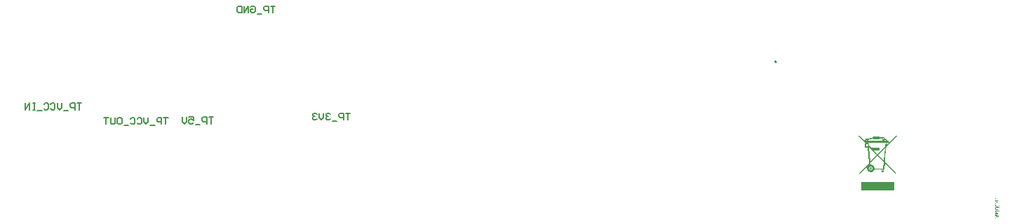
<source format=gbo>
G04*
G04 #@! TF.GenerationSoftware,Altium Limited,Altium Designer,22.7.1 (60)*
G04*
G04 Layer_Color=32896*
%FSLAX25Y25*%
%MOIN*%
G70*
G04*
G04 #@! TF.SameCoordinates,EB09720E-E5E6-4C8F-983A-54733B733D7F*
G04*
G04*
G04 #@! TF.FilePolarity,Positive*
G04*
G01*
G75*
%ADD10C,0.00787*%
G36*
X436336Y154606D02*
X431408Y149474D01*
X431262Y148075D01*
X430942Y144721D01*
X430708Y142301D01*
X435986Y136848D01*
X435636Y136498D01*
X430650Y141601D01*
X430358Y138481D01*
X430213D01*
Y137285D01*
X429105D01*
Y138481D01*
X425664D01*
X425547Y138248D01*
X425372Y138014D01*
X425139Y137752D01*
X424818Y137519D01*
X424439Y137402D01*
X424089Y137373D01*
X423739D01*
X423477Y137460D01*
X423156Y137577D01*
X422893Y137752D01*
X422689Y137956D01*
X422485Y138248D01*
X422339Y138568D01*
X422252Y138860D01*
X422223Y139122D01*
X422252Y139414D01*
X422310Y139647D01*
X422398Y139881D01*
X422514Y140114D01*
X422660Y140318D01*
X422864Y140522D01*
X423098Y140668D01*
X423302Y140755D01*
X423273Y141018D01*
X418898Y136498D01*
X418549Y136877D01*
X423214Y141718D01*
X422835Y145946D01*
X422573Y149008D01*
X421173D01*
Y150961D01*
X421552D01*
X417994Y154606D01*
X418374Y154956D01*
X421698Y151515D01*
Y151778D01*
X421639Y151836D01*
X421552Y151894D01*
X421465Y151982D01*
X421377Y152069D01*
X421319Y152215D01*
X421290Y152332D01*
X421260Y152478D01*
X421290Y152653D01*
X421348Y152769D01*
X421465Y152973D01*
X421610Y153090D01*
X421814Y153178D01*
X422019Y153207D01*
X422223Y153178D01*
X422398Y153119D01*
X422543Y153032D01*
X422602Y152944D01*
X422748Y153061D01*
X422952Y153207D01*
X423214Y153323D01*
X423593Y153469D01*
X424002Y153586D01*
X424410Y153673D01*
X424847Y153761D01*
X425197Y153790D01*
Y154227D01*
X427996D01*
Y153848D01*
X428230D01*
X428580Y153819D01*
X428959Y153761D01*
X429338Y153702D01*
Y153936D01*
X430533D01*
Y153382D01*
X430679Y153294D01*
X430883Y153207D01*
X431087Y153090D01*
X431262Y152973D01*
X431437Y152828D01*
X431554Y152711D01*
X431612Y152623D01*
X431671Y152507D01*
X431641Y152303D01*
X432341D01*
Y151399D01*
X431583D01*
X431466Y150262D01*
X435986Y154956D01*
X436336Y154606D01*
D02*
G37*
G36*
X435286Y132474D02*
Y132416D01*
Y132299D01*
Y132182D01*
Y132066D01*
Y131949D01*
Y131891D01*
Y131862D01*
Y131395D01*
Y130958D01*
Y130754D01*
Y130608D01*
Y130520D01*
Y130491D01*
Y129966D01*
Y129733D01*
Y129529D01*
Y129354D01*
Y129237D01*
Y129150D01*
Y129121D01*
Y128917D01*
Y128771D01*
Y128654D01*
Y128596D01*
Y128508D01*
X419336D01*
Y128537D01*
Y128596D01*
Y128829D01*
Y129033D01*
Y129091D01*
Y129121D01*
Y129587D01*
Y130025D01*
Y130229D01*
Y130375D01*
Y130462D01*
Y130491D01*
Y131016D01*
Y131249D01*
Y131453D01*
Y131628D01*
Y131745D01*
Y131833D01*
Y131862D01*
Y132066D01*
Y132241D01*
Y132357D01*
Y132416D01*
Y132474D01*
Y132503D01*
X435286D01*
Y132474D01*
D02*
G37*
G36*
X483539Y124982D02*
X483501Y124959D01*
X483475Y124938D01*
X483458Y124921D01*
X483455Y124915D01*
X483452Y124912D01*
X483437Y124883D01*
X483428Y124854D01*
Y124845D01*
X483426Y124837D01*
Y124828D01*
X483428Y124808D01*
X483431Y124790D01*
X483446Y124761D01*
X483455Y124752D01*
X483460Y124743D01*
X483463Y124741D01*
X483466Y124738D01*
X483487Y124726D01*
X483510Y124717D01*
X483565Y124708D01*
X483591Y124706D01*
X483612Y124703D01*
X483626D01*
X483632D01*
X484459D01*
X484461Y124997D01*
X484555D01*
Y124703D01*
X484971D01*
Y124659D01*
X484921Y124639D01*
X484880Y124621D01*
X484848Y124604D01*
X484822Y124592D01*
X484802Y124583D01*
X484787Y124575D01*
X484779Y124572D01*
X484776Y124569D01*
X484741Y124546D01*
X484706Y124519D01*
X484677Y124496D01*
X484654Y124473D01*
X484633Y124455D01*
X484616Y124441D01*
X484607Y124429D01*
X484604Y124426D01*
X484581Y124397D01*
X484560Y124368D01*
X484543Y124342D01*
X484528Y124319D01*
X484517Y124301D01*
X484511Y124287D01*
X484508Y124275D01*
X484505Y124272D01*
X484461D01*
Y124473D01*
X483603D01*
X483557D01*
X483513Y124479D01*
X483478Y124482D01*
X483449Y124487D01*
X483428Y124493D01*
X483411Y124496D01*
X483402Y124502D01*
X483399D01*
X483356Y124528D01*
X483341Y124543D01*
X483327Y124557D01*
X483315Y124569D01*
X483306Y124581D01*
X483303Y124586D01*
X483300Y124589D01*
X483289Y124612D01*
X483280Y124636D01*
X483271Y124674D01*
X483268Y124691D01*
X483265Y124703D01*
Y124714D01*
X483268Y124749D01*
X483277Y124784D01*
X483286Y124813D01*
X483300Y124842D01*
X483312Y124866D01*
X483321Y124883D01*
X483329Y124895D01*
X483332Y124898D01*
X483361Y124930D01*
X483393Y124959D01*
X483428Y124982D01*
X483463Y125002D01*
X483493Y125017D01*
X483516Y125029D01*
X483533Y125034D01*
X483536Y125037D01*
X483539D01*
Y124982D01*
D02*
G37*
G36*
X484461Y124258D02*
X484482Y124252D01*
X484514Y124234D01*
X484528Y124225D01*
X484537Y124217D01*
X484543Y124211D01*
X484546Y124208D01*
X484560Y124188D01*
X484572Y124167D01*
X484581Y124147D01*
X484587Y124127D01*
X484589Y124109D01*
X484592Y124094D01*
Y124083D01*
X484589Y124051D01*
X484581Y124022D01*
X484566Y123993D01*
X484549Y123964D01*
X484525Y123934D01*
X484502Y123908D01*
X484450Y123859D01*
X484398Y123818D01*
X484374Y123801D01*
X484351Y123786D01*
X484333Y123774D01*
X484319Y123766D01*
X484310Y123763D01*
X484307Y123760D01*
X484592D01*
Y123699D01*
X484438Y123318D01*
X484389Y123329D01*
X484400Y123367D01*
X484406Y123399D01*
X484409Y123411D01*
Y123425D01*
X484406Y123451D01*
X484400Y123469D01*
X484392Y123483D01*
X484389Y123486D01*
X484371Y123501D01*
X484348Y123512D01*
X484331Y123515D01*
X484328Y123518D01*
X484325D01*
X484316Y123521D01*
X484301D01*
X484287Y123524D01*
X484267D01*
X484223Y123527D01*
X484179Y123530D01*
X484136D01*
X484098D01*
X484083D01*
X484071D01*
X484066D01*
X484063D01*
X483574D01*
X483536D01*
X483504D01*
X483481Y123527D01*
X483463D01*
X483452Y123524D01*
X483443D01*
X483437Y123521D01*
X483405Y123507D01*
X483382Y123492D01*
X483370Y123478D01*
X483364Y123475D01*
Y123472D01*
X483356Y123451D01*
X483347Y123431D01*
X483338Y123384D01*
Y123361D01*
X483335Y123344D01*
Y123329D01*
X483286D01*
Y123981D01*
X483335D01*
Y123949D01*
X483338Y123923D01*
X483344Y123900D01*
X483347Y123882D01*
X483353Y123868D01*
X483356Y123856D01*
X483359Y123850D01*
Y123847D01*
X483379Y123818D01*
X483399Y123801D01*
X483417Y123789D01*
X483420Y123786D01*
X483423D01*
X483446Y123777D01*
X483469Y123772D01*
X483522Y123763D01*
X483545D01*
X483565Y123760D01*
X483577D01*
X483583D01*
X484191D01*
X484235Y123783D01*
X484275Y123806D01*
X484307Y123830D01*
X484333Y123847D01*
X484351Y123865D01*
X484365Y123876D01*
X484374Y123885D01*
X484377Y123888D01*
X484395Y123908D01*
X484403Y123926D01*
X484406Y123937D01*
Y123940D01*
X484403Y123952D01*
X484398Y123967D01*
X484383Y123996D01*
X484371Y124007D01*
X484365Y124019D01*
X484360Y124025D01*
X484357Y124028D01*
X484342Y124051D01*
X484331Y124071D01*
X484322Y124089D01*
X484316Y124106D01*
X484313Y124121D01*
X484310Y124129D01*
Y124138D01*
X484313Y124156D01*
X484316Y124173D01*
X484328Y124199D01*
X484339Y124217D01*
X484345Y124220D01*
Y124223D01*
X484360Y124234D01*
X484377Y124246D01*
X484406Y124255D01*
X484418Y124258D01*
X484430Y124260D01*
X484435D01*
X484438D01*
X484461Y124258D01*
D02*
G37*
G36*
X483452Y123271D02*
X483437Y123233D01*
X483428Y123201D01*
Y123189D01*
X483426Y123184D01*
Y123175D01*
X483428Y123152D01*
X483437Y123134D01*
X483443Y123123D01*
X483446Y123120D01*
X483466Y123105D01*
X483487Y123096D01*
X483504Y123091D01*
X483510Y123088D01*
X483513D01*
X483525D01*
X483539Y123085D01*
X483577Y123082D01*
X483621D01*
X483664Y123079D01*
X483708D01*
X483746D01*
X483760D01*
X483772D01*
X483778D01*
X483780D01*
X484555D01*
Y122645D01*
X484505D01*
X484502Y122686D01*
X484496Y122724D01*
X484491Y122750D01*
X484482Y122773D01*
X484476Y122788D01*
X484467Y122800D01*
X484464Y122805D01*
X484461Y122808D01*
X484444Y122823D01*
X484424Y122832D01*
X484374Y122843D01*
X484351Y122846D01*
X484331Y122849D01*
X484319D01*
X484313D01*
X483594D01*
X483559Y122811D01*
X483527Y122776D01*
X483504Y122747D01*
X483484Y122721D01*
X483469Y122698D01*
X483460Y122683D01*
X483455Y122671D01*
X483452Y122669D01*
X483440Y122642D01*
X483431Y122616D01*
X483426Y122593D01*
X483423Y122573D01*
X483420Y122558D01*
X483417Y122546D01*
Y122535D01*
X483420Y122503D01*
X483426Y122474D01*
X483434Y122450D01*
X483446Y122427D01*
X483455Y122410D01*
X483463Y122398D01*
X483469Y122389D01*
X483472Y122386D01*
X483498Y122366D01*
X483533Y122351D01*
X483571Y122340D01*
X483609Y122334D01*
X483647Y122328D01*
X483676Y122325D01*
X483687D01*
X483696D01*
X483702D01*
X483705D01*
X484555D01*
Y121880D01*
X484505D01*
Y121915D01*
X484502Y121944D01*
X484499Y121967D01*
X484496Y121985D01*
X484491Y121999D01*
X484488Y122008D01*
X484485Y122014D01*
Y122017D01*
X484470Y122043D01*
X484453Y122060D01*
X484438Y122072D01*
X484435Y122075D01*
X484432D01*
X484418Y122081D01*
X484398Y122087D01*
X484357Y122092D01*
X484336Y122095D01*
X484322D01*
X484310D01*
X484307D01*
X483740D01*
X483676D01*
X483623Y122101D01*
X483574Y122104D01*
X483536Y122110D01*
X483507Y122116D01*
X483484Y122119D01*
X483472Y122125D01*
X483466D01*
X483431Y122136D01*
X483402Y122154D01*
X483373Y122171D01*
X483353Y122188D01*
X483332Y122206D01*
X483321Y122221D01*
X483312Y122229D01*
X483309Y122232D01*
X483289Y122264D01*
X483274Y122293D01*
X483263Y122325D01*
X483257Y122354D01*
X483251Y122380D01*
X483248Y122401D01*
Y122418D01*
X483251Y122453D01*
X483254Y122488D01*
X483263Y122517D01*
X483271Y122544D01*
X483277Y122567D01*
X483286Y122584D01*
X483289Y122596D01*
X483292Y122599D01*
X483303Y122616D01*
X483315Y122634D01*
X483347Y122675D01*
X483382Y122715D01*
X483420Y122756D01*
X483455Y122791D01*
X483484Y122823D01*
X483495Y122835D01*
X483504Y122843D01*
X483510Y122846D01*
X483513Y122849D01*
X483248D01*
Y122910D01*
X483402Y123291D01*
X483452Y123271D01*
D02*
G37*
G36*
X483344Y121854D02*
X483350Y121810D01*
X483361Y121769D01*
X483373Y121734D01*
X483385Y121703D01*
X483396Y121679D01*
X483402Y121665D01*
X483405Y121659D01*
X483434Y121612D01*
X483469Y121563D01*
X483510Y121516D01*
X483548Y121470D01*
X483586Y121432D01*
X483615Y121400D01*
X483626Y121388D01*
X483635Y121379D01*
X483641Y121374D01*
X483644Y121371D01*
X484331Y120678D01*
X484613Y120963D01*
X484656Y121007D01*
X484697Y121048D01*
X484732Y121083D01*
X484764Y121112D01*
X484790Y121141D01*
X484814Y121164D01*
X484834Y121182D01*
X484848Y121199D01*
X484863Y121211D01*
X484872Y121222D01*
X484886Y121237D01*
X484892Y121243D01*
X484895Y121246D01*
X484930Y121283D01*
X484956Y121318D01*
X484982Y121347D01*
X485000Y121374D01*
X485017Y121394D01*
X485026Y121409D01*
X485032Y121417D01*
X485035Y121420D01*
X485061Y121470D01*
X485073Y121490D01*
X485081Y121508D01*
X485087Y121522D01*
X485090Y121534D01*
X485093Y121540D01*
Y121543D01*
X485105Y121583D01*
X485110Y121618D01*
Y121633D01*
X485113Y121644D01*
Y121656D01*
X485166D01*
Y120963D01*
X485113D01*
Y121030D01*
X485110Y121051D01*
X485105Y121068D01*
X485102Y121080D01*
X485096Y121091D01*
X485090Y121097D01*
X485087Y121103D01*
X485070Y121121D01*
X485052Y121129D01*
X485038Y121132D01*
X485035D01*
X485032D01*
X485017D01*
X485000Y121126D01*
X484968Y121115D01*
X484956Y121109D01*
X484944Y121103D01*
X484939Y121100D01*
X484936Y121097D01*
X484910Y121077D01*
X484878Y121051D01*
X484843Y121019D01*
X484802Y120984D01*
X484761Y120943D01*
X484721Y120902D01*
X484636Y120815D01*
X484595Y120774D01*
X484557Y120733D01*
X484523Y120699D01*
X484493Y120667D01*
X484467Y120637D01*
X484450Y120617D01*
X484435Y120605D01*
X484432Y120600D01*
X484406Y120571D01*
X484383Y120544D01*
X484342Y120501D01*
X484313Y120469D01*
X484290Y120445D01*
X484275Y120428D01*
X484264Y120416D01*
X484261Y120413D01*
X484258Y120411D01*
X484834D01*
X484880D01*
X484921Y120413D01*
X484950Y120416D01*
X484977Y120419D01*
X484994D01*
X485006Y120422D01*
X485011Y120425D01*
X485014D01*
X485043Y120442D01*
X485064Y120463D01*
X485078Y120480D01*
X485081Y120483D01*
Y120486D01*
X485093Y120509D01*
X485099Y120533D01*
X485110Y120571D01*
Y120588D01*
X485113Y120600D01*
Y120678D01*
X485166D01*
Y119878D01*
X485113D01*
Y119968D01*
X485108Y119991D01*
X485102Y120012D01*
X485096Y120032D01*
X485090Y120047D01*
X485084Y120058D01*
X485081Y120067D01*
X485078Y120070D01*
X485070Y120085D01*
X485061Y120096D01*
X485041Y120114D01*
X485026Y120122D01*
X485023Y120125D01*
X485020D01*
X485000Y120131D01*
X484971Y120137D01*
X484942Y120140D01*
X484910Y120143D01*
X484880Y120146D01*
X484857D01*
X484840D01*
X484837D01*
X484834D01*
X483618D01*
X483589D01*
X483559D01*
X483513Y120140D01*
X483475Y120134D01*
X483449Y120128D01*
X483428Y120122D01*
X483414Y120117D01*
X483408Y120114D01*
X483405Y120111D01*
X483382Y120088D01*
X483367Y120061D01*
X483356Y120035D01*
X483347Y120006D01*
X483341Y119983D01*
X483338Y119962D01*
Y119878D01*
X483286D01*
Y120678D01*
X483338D01*
Y120611D01*
X483341Y120588D01*
X483344Y120565D01*
X483350Y120541D01*
X483356Y120524D01*
X483361Y120509D01*
X483364Y120498D01*
X483370Y120489D01*
Y120486D01*
X483391Y120460D01*
X483408Y120440D01*
X483423Y120431D01*
X483428Y120428D01*
X483449Y120422D01*
X483478Y120419D01*
X483510Y120413D01*
X483542D01*
X483571Y120411D01*
X483594D01*
X483612D01*
X483615D01*
X483618D01*
X484226D01*
X483583Y121056D01*
X483557Y121080D01*
X483536Y121100D01*
X483519Y121118D01*
X483507Y121126D01*
X483495Y121135D01*
X483490Y121141D01*
X483484Y121144D01*
X483463Y121152D01*
X483446Y121155D01*
X483431Y121158D01*
X483428D01*
X483426D01*
X483414Y121155D01*
X483402Y121152D01*
X483382Y121141D01*
X483370Y121126D01*
X483364Y121123D01*
Y121121D01*
X483356Y121106D01*
X483350Y121089D01*
X483341Y121051D01*
Y121033D01*
X483338Y121019D01*
Y121007D01*
X483286D01*
Y121900D01*
X483338D01*
X483344Y121854D01*
D02*
G37*
G36*
X483335Y119729D02*
X483338Y119703D01*
X483341Y119680D01*
X483344Y119663D01*
X483347Y119651D01*
X483350Y119639D01*
X483353Y119636D01*
Y119633D01*
X483370Y119613D01*
X483391Y119596D01*
X483405Y119587D01*
X483408Y119584D01*
X483411D01*
X483428Y119578D01*
X483455Y119575D01*
X483507Y119570D01*
X483533Y119567D01*
X483554D01*
X483568D01*
X483574D01*
X484592D01*
Y119506D01*
X484438Y119124D01*
X484389Y119142D01*
X484400Y119179D01*
X484406Y119209D01*
X484409Y119220D01*
Y119235D01*
X484406Y119261D01*
X484400Y119279D01*
X484395Y119290D01*
X484392Y119293D01*
X484374Y119308D01*
X484354Y119316D01*
X484336Y119319D01*
X484331Y119322D01*
X484328D01*
X484316Y119325D01*
X484299Y119328D01*
X484261Y119331D01*
X484217Y119334D01*
X484173D01*
X484133Y119337D01*
X484095D01*
X484083D01*
X484071D01*
X484066D01*
X484063D01*
X483574D01*
X483533D01*
X483498Y119334D01*
X483469Y119331D01*
X483449Y119328D01*
X483431Y119322D01*
X483420Y119319D01*
X483414Y119316D01*
X483411D01*
X483385Y119302D01*
X483367Y119284D01*
X483356Y119273D01*
X483353Y119270D01*
Y119267D01*
X483347Y119252D01*
X483344Y119235D01*
X483338Y119191D01*
X483335Y119174D01*
Y119142D01*
X483286D01*
Y119762D01*
X483335D01*
Y119729D01*
D02*
G37*
G36*
Y118947D02*
X483338Y118918D01*
X483341Y118894D01*
X483344Y118877D01*
X483347Y118862D01*
X483350Y118854D01*
X483353Y118848D01*
Y118845D01*
X483370Y118822D01*
X483391Y118807D01*
X483405Y118795D01*
X483408Y118792D01*
X483411D01*
X483428Y118787D01*
X483455Y118784D01*
X483507Y118781D01*
X483533Y118778D01*
X483554D01*
X483568D01*
X483574D01*
X485256D01*
Y118714D01*
X485102Y118339D01*
X485052Y118362D01*
X485064Y118400D01*
X485070Y118429D01*
X485073Y118438D01*
Y118452D01*
X485070Y118472D01*
X485064Y118490D01*
X485058Y118501D01*
X485055Y118504D01*
X485046Y118513D01*
X485038Y118519D01*
X485014Y118531D01*
X484997Y118534D01*
X484991Y118536D01*
X484988D01*
X484977Y118539D01*
X484962D01*
X484927Y118542D01*
X484883Y118545D01*
X484840Y118548D01*
X484796D01*
X484761D01*
X484747D01*
X484735D01*
X484729D01*
X484726D01*
X483574D01*
X483533D01*
X483498Y118545D01*
X483469Y118542D01*
X483449Y118539D01*
X483431Y118534D01*
X483420Y118531D01*
X483414Y118528D01*
X483411D01*
X483385Y118513D01*
X483367Y118496D01*
X483356Y118484D01*
X483353Y118481D01*
Y118478D01*
X483347Y118464D01*
X483344Y118446D01*
X483338Y118405D01*
X483335Y118388D01*
Y118359D01*
X483286D01*
Y118982D01*
X483335D01*
Y118947D01*
D02*
G37*
G36*
X483673Y118152D02*
X483711Y118144D01*
X483748Y118129D01*
X483783Y118112D01*
X483815Y118091D01*
X483845Y118065D01*
X483897Y118016D01*
X483938Y117963D01*
X483955Y117940D01*
X483967Y117917D01*
X483978Y117899D01*
X483987Y117885D01*
X483990Y117876D01*
X483993Y117873D01*
X484092Y117669D01*
X484115Y117626D01*
X484138Y117588D01*
X484159Y117556D01*
X484176Y117533D01*
X484191Y117515D01*
X484202Y117503D01*
X484208Y117498D01*
X484211Y117495D01*
X484232Y117480D01*
X484255Y117469D01*
X484278Y117463D01*
X484299Y117457D01*
X484316Y117454D01*
X484333Y117451D01*
X484342D01*
X484345D01*
X484368Y117454D01*
X484389Y117460D01*
X484424Y117480D01*
X484438Y117492D01*
X484450Y117500D01*
X484456Y117506D01*
X484459Y117509D01*
X484476Y117533D01*
X484488Y117559D01*
X484499Y117585D01*
X484505Y117611D01*
X484508Y117631D01*
X484511Y117649D01*
Y117666D01*
X484508Y117713D01*
X484499Y117754D01*
X484488Y117789D01*
X484473Y117821D01*
X484459Y117844D01*
X484447Y117861D01*
X484438Y117873D01*
X484435Y117876D01*
X484421Y117890D01*
X484403Y117905D01*
X484363Y117931D01*
X484316Y117954D01*
X484269Y117975D01*
X484226Y117992D01*
X484191Y118004D01*
X484179Y118007D01*
X484168Y118010D01*
X484162Y118013D01*
X484159D01*
Y118059D01*
X484592D01*
Y118013D01*
X484572Y118001D01*
X484557Y117989D01*
X484552Y117983D01*
X484549Y117981D01*
X484543Y117972D01*
X484540Y117960D01*
Y117937D01*
X484543Y117925D01*
X484552Y117893D01*
X484555Y117876D01*
X484557Y117864D01*
X484560Y117856D01*
Y117853D01*
X484572Y117815D01*
X484578Y117780D01*
X484584Y117751D01*
X484589Y117725D01*
Y117701D01*
X484592Y117687D01*
Y117672D01*
X484587Y117611D01*
X484575Y117556D01*
X484557Y117509D01*
X484540Y117469D01*
X484520Y117436D01*
X484502Y117413D01*
X484491Y117399D01*
X484485Y117393D01*
X484444Y117358D01*
X484400Y117332D01*
X484357Y117314D01*
X484316Y117303D01*
X484278Y117294D01*
X484249Y117291D01*
X484237Y117288D01*
X484229D01*
X484226D01*
X484223D01*
X484179Y117291D01*
X484141Y117297D01*
X484106Y117308D01*
X484080Y117320D01*
X484057Y117329D01*
X484039Y117340D01*
X484028Y117346D01*
X484025Y117349D01*
X484010Y117364D01*
X483993Y117378D01*
X483964Y117416D01*
X483932Y117460D01*
X483906Y117503D01*
X483880Y117544D01*
X483862Y117579D01*
X483853Y117594D01*
X483850Y117602D01*
X483845Y117608D01*
Y117611D01*
X483827Y117649D01*
X483810Y117681D01*
X483792Y117713D01*
X483778Y117739D01*
X483748Y117786D01*
X483725Y117824D01*
X483705Y117850D01*
X483690Y117867D01*
X483682Y117879D01*
X483679Y117882D01*
X483652Y117905D01*
X483626Y117922D01*
X483600Y117934D01*
X483574Y117943D01*
X483554Y117949D01*
X483536Y117952D01*
X483522D01*
X483519D01*
X483490Y117949D01*
X483463Y117943D01*
X483443Y117931D01*
X483423Y117922D01*
X483405Y117911D01*
X483393Y117899D01*
X483388Y117893D01*
X483385Y117890D01*
X483367Y117867D01*
X483353Y117841D01*
X483344Y117815D01*
X483335Y117789D01*
X483332Y117768D01*
X483329Y117751D01*
Y117733D01*
X483332Y117684D01*
X483344Y117637D01*
X483359Y117594D01*
X483379Y117559D01*
X483396Y117530D01*
X483411Y117506D01*
X483423Y117492D01*
X483426Y117486D01*
X483466Y117448D01*
X483513Y117419D01*
X483562Y117393D01*
X483612Y117372D01*
X483655Y117358D01*
X483690Y117349D01*
X483705Y117343D01*
X483714D01*
X483719Y117340D01*
X483722D01*
Y117294D01*
X483268D01*
Y117340D01*
X483280Y117346D01*
X483286Y117355D01*
X483297Y117372D01*
X483300Y117384D01*
Y117390D01*
X483297Y117413D01*
X483295Y117436D01*
X483289Y117457D01*
X483286Y117460D01*
Y117463D01*
X483274Y117518D01*
X483265Y117567D01*
X483257Y117614D01*
X483254Y117655D01*
X483251Y117687D01*
X483248Y117710D01*
Y117730D01*
X483254Y117789D01*
X483265Y117844D01*
X483280Y117896D01*
X483300Y117940D01*
X483321Y117975D01*
X483335Y118001D01*
X483347Y118018D01*
X483353Y118024D01*
X483373Y118048D01*
X483393Y118068D01*
X483440Y118100D01*
X483487Y118123D01*
X483533Y118138D01*
X483571Y118149D01*
X483603Y118152D01*
X483615Y118155D01*
X483623D01*
X483629D01*
X483632D01*
X483673Y118152D01*
D02*
G37*
G36*
X483344Y117073D02*
X483350Y117038D01*
X483361Y117009D01*
X483370Y116982D01*
X483382Y116962D01*
X483391Y116948D01*
X483396Y116939D01*
X483399Y116936D01*
X483411Y116924D01*
X483426Y116913D01*
X483460Y116886D01*
X483501Y116863D01*
X483542Y116840D01*
X483580Y116822D01*
X483615Y116808D01*
X483626Y116802D01*
X483635Y116796D01*
X483641Y116793D01*
X483644D01*
X485209Y116139D01*
Y116092D01*
X483661Y115428D01*
X483623Y115414D01*
X483591Y115396D01*
X483559Y115382D01*
X483533Y115367D01*
X483487Y115341D01*
X483449Y115318D01*
X483423Y115298D01*
X483405Y115283D01*
X483393Y115274D01*
X483391Y115271D01*
X483379Y115257D01*
X483370Y115234D01*
X483361Y115210D01*
X483353Y115184D01*
X483347Y115161D01*
X483341Y115140D01*
X483338Y115126D01*
Y115120D01*
X483286D01*
Y115714D01*
X483338D01*
X483341Y115667D01*
X483347Y115629D01*
X483356Y115597D01*
X483361Y115574D01*
X483367Y115557D01*
X483373Y115545D01*
X483379Y115539D01*
Y115536D01*
X483391Y115522D01*
X483405Y115513D01*
X483428Y115501D01*
X483449Y115496D01*
X483452D01*
X483455D01*
X483478Y115498D01*
X483501Y115504D01*
X483557Y115522D01*
X483580Y115530D01*
X483600Y115536D01*
X483612Y115542D01*
X483618Y115545D01*
X483914Y115670D01*
Y116398D01*
X483644Y116508D01*
X483597Y116526D01*
X483559Y116540D01*
X483525Y116549D01*
X483498Y116558D01*
X483478Y116560D01*
X483463Y116563D01*
X483455D01*
X483452D01*
X483434Y116560D01*
X483420Y116558D01*
X483396Y116543D01*
X483379Y116528D01*
X483376Y116526D01*
X483373Y116523D01*
X483361Y116505D01*
X483356Y116485D01*
X483344Y116435D01*
X483341Y116412D01*
X483338Y116392D01*
Y116374D01*
X483286D01*
Y117113D01*
X483338D01*
X483344Y117073D01*
D02*
G37*
%LPC*%
G36*
X427471Y153732D02*
X425693D01*
Y153440D01*
X427471D01*
Y153732D01*
D02*
G37*
G36*
X427996Y153323D02*
Y152944D01*
X425197D01*
Y153265D01*
X424614Y153178D01*
X424089Y153061D01*
X423652Y152944D01*
X423302Y152769D01*
X423039Y152623D01*
X422835Y152419D01*
Y152303D01*
X429338D01*
Y153148D01*
X428930Y153236D01*
X428492Y153294D01*
X427996Y153323D01*
D02*
G37*
G36*
X430038Y153440D02*
X429834D01*
Y152769D01*
X430038D01*
Y153440D01*
D02*
G37*
G36*
X430533Y152798D02*
Y152303D01*
X431146D01*
Y152390D01*
X431000Y152536D01*
X430825Y152653D01*
X430533Y152798D01*
D02*
G37*
G36*
X422077Y152711D02*
X422048D01*
X421902Y152682D01*
X421814Y152594D01*
X421785Y152478D01*
Y152449D01*
X421814Y152303D01*
X421902Y152244D01*
X422019Y152215D01*
X422048D01*
X422194Y152244D01*
X422252Y152332D01*
X422281Y152419D01*
Y152449D01*
X422252Y152594D01*
X422164Y152682D01*
X422077Y152711D01*
D02*
G37*
G36*
X422660Y150466D02*
X421698D01*
Y149503D01*
X422660D01*
Y150466D01*
D02*
G37*
G36*
X427559Y148279D02*
X424935D01*
Y148104D01*
X427559D01*
Y148279D01*
D02*
G37*
G36*
X431058Y151399D02*
X422893D01*
X422952Y150961D01*
X423156D01*
Y150028D01*
X424381Y148774D01*
X428055D01*
Y147608D01*
X425518D01*
X427209Y145858D01*
X430912Y149707D01*
X431058Y151399D01*
D02*
G37*
G36*
X430825Y148891D02*
X427559Y145509D01*
X430242Y142738D01*
X430825Y148891D01*
D02*
G37*
G36*
X423156Y149299D02*
Y149008D01*
X423098D01*
X423681Y142213D01*
X426859Y145509D01*
X424818Y147608D01*
X424381D01*
Y148045D01*
X423156Y149299D01*
D02*
G37*
G36*
X427209Y145129D02*
X423739Y141543D01*
X423797Y140901D01*
X424031Y140930D01*
X424293Y140901D01*
X424614Y140814D01*
X424935Y140668D01*
X425168Y140493D01*
X425372Y140289D01*
X425576Y139997D01*
X425722Y139647D01*
X425809Y139268D01*
X425780Y139006D01*
X429892D01*
X430183Y142068D01*
X427209Y145129D01*
D02*
G37*
G36*
X424177Y140026D02*
X424031D01*
X423739Y139997D01*
X423535Y139881D01*
X423360Y139764D01*
X423273Y139589D01*
X423214Y139443D01*
X423156Y139297D01*
Y139181D01*
Y139152D01*
X423185Y138860D01*
X423302Y138656D01*
X423418Y138481D01*
X423593Y138393D01*
X423739Y138335D01*
X423885Y138306D01*
X424002Y138277D01*
X424031D01*
X424322Y138306D01*
X424526Y138423D01*
X424701Y138568D01*
X424789Y138714D01*
X424847Y138889D01*
X424876Y139006D01*
X424905Y139122D01*
Y139152D01*
X424876Y139443D01*
X424760Y139647D01*
X424614Y139822D01*
X424468Y139910D01*
X424293Y139968D01*
X424177Y140026D01*
D02*
G37*
G36*
X429717Y138481D02*
X429600D01*
Y137781D01*
X429717D01*
Y138481D01*
D02*
G37*
%LPD*%
G36*
X424235Y139706D02*
X424381Y139647D01*
X424468Y139560D01*
X424526Y139443D01*
X424614Y139239D01*
Y139181D01*
Y139152D01*
X424585Y138947D01*
X424526Y138802D01*
X424439Y138714D01*
X424322Y138656D01*
X424118Y138568D01*
X424031D01*
X423827Y138598D01*
X423681Y138656D01*
X423593Y138743D01*
X423506Y138860D01*
X423448Y139064D01*
Y139122D01*
Y139152D01*
X423477Y139356D01*
X423535Y139502D01*
X423622Y139589D01*
X423739Y139676D01*
X423943Y139735D01*
X424031D01*
X424235Y139706D01*
D02*
G37*
%LPC*%
G36*
X424060Y139239D02*
X423972D01*
X423943Y139210D01*
Y139181D01*
Y139152D01*
Y139093D01*
X423972Y139064D01*
X424031D01*
X424089Y139093D01*
X424118Y139122D01*
Y139152D01*
X424089Y139210D01*
X424060Y139239D01*
D02*
G37*
G36*
X484016Y116354D02*
Y115714D01*
X484773Y116040D01*
X484016Y116354D01*
D02*
G37*
%LPD*%
D10*
X379071Y189803D02*
G03*
X379071Y189803I-394J0D01*
G01*
X176535Y165345D02*
X174436D01*
X175486D01*
Y162196D01*
X173387D02*
Y165345D01*
X171812D01*
X171288Y164820D01*
Y163770D01*
X171812Y163245D01*
X173387D01*
X170238Y161671D02*
X168139D01*
X167089Y164820D02*
X166565Y165345D01*
X165515D01*
X164990Y164820D01*
Y164295D01*
X165515Y163770D01*
X166040D01*
X165515D01*
X164990Y163245D01*
Y162721D01*
X165515Y162196D01*
X166565D01*
X167089Y162721D01*
X163941Y165345D02*
Y163245D01*
X162891Y162196D01*
X161842Y163245D01*
Y165345D01*
X160792Y164820D02*
X160267Y165345D01*
X159218D01*
X158693Y164820D01*
Y164295D01*
X159218Y163770D01*
X159743D01*
X159218D01*
X158693Y163245D01*
Y162721D01*
X159218Y162196D01*
X160267D01*
X160792Y162721D01*
X111492Y163473D02*
X109393D01*
X110443D01*
Y160324D01*
X108344D02*
Y163473D01*
X106770D01*
X106245Y162948D01*
Y161899D01*
X106770Y161374D01*
X108344D01*
X105195Y159799D02*
X103096D01*
X99948Y163473D02*
X102047D01*
Y161899D01*
X100997Y162423D01*
X100472D01*
X99948Y161899D01*
Y160849D01*
X100472Y160324D01*
X101522D01*
X102047Y160849D01*
X98898Y163473D02*
Y161374D01*
X97848Y160324D01*
X96799Y161374D01*
Y163473D01*
X90021Y163254D02*
X87922D01*
X88972D01*
Y160105D01*
X86873D02*
Y163254D01*
X85298D01*
X84774Y162729D01*
Y161680D01*
X85298Y161155D01*
X86873D01*
X83724Y159581D02*
X81625D01*
X80576Y163254D02*
Y161155D01*
X79526Y160105D01*
X78477Y161155D01*
Y163254D01*
X75328Y162729D02*
X75853Y163254D01*
X76902D01*
X77427Y162729D01*
Y160630D01*
X76902Y160105D01*
X75853D01*
X75328Y160630D01*
X72179Y162729D02*
X72704Y163254D01*
X73754D01*
X74278Y162729D01*
Y160630D01*
X73754Y160105D01*
X72704D01*
X72179Y160630D01*
X71130Y159581D02*
X69031D01*
X66407Y163254D02*
X67456D01*
X67981Y162729D01*
Y160630D01*
X67456Y160105D01*
X66407D01*
X65882Y160630D01*
Y162729D01*
X66407Y163254D01*
X64833D02*
Y160630D01*
X64308Y160105D01*
X63258D01*
X62734Y160630D01*
Y163254D01*
X61684D02*
X59585D01*
X60634D01*
Y160105D01*
X48886Y170144D02*
X46787D01*
X47837D01*
Y166995D01*
X45737D02*
Y170144D01*
X44163D01*
X43638Y169619D01*
Y168570D01*
X44163Y168045D01*
X45737D01*
X42589Y166470D02*
X40490D01*
X39440Y170144D02*
Y168045D01*
X38391Y166995D01*
X37341Y168045D01*
Y170144D01*
X34193Y169619D02*
X34717Y170144D01*
X35767D01*
X36292Y169619D01*
Y167520D01*
X35767Y166995D01*
X34717D01*
X34193Y167520D01*
X31044Y169619D02*
X31569Y170144D01*
X32618D01*
X33143Y169619D01*
Y167520D01*
X32618Y166995D01*
X31569D01*
X31044Y167520D01*
X29994Y166470D02*
X27895D01*
X26846Y170144D02*
X25796D01*
X26321D01*
Y166995D01*
X26846D01*
X25796D01*
X24222D02*
Y170144D01*
X22123Y166995D01*
Y170144D01*
X140811Y216404D02*
X138712D01*
X139761D01*
Y213255D01*
X137662D02*
Y216404D01*
X136088D01*
X135563Y215879D01*
Y214829D01*
X136088Y214305D01*
X137662D01*
X134514Y212730D02*
X132414D01*
X129266Y215879D02*
X129791Y216404D01*
X130840D01*
X131365Y215879D01*
Y213780D01*
X130840Y213255D01*
X129791D01*
X129266Y213780D01*
Y214829D01*
X130315D01*
X128216Y213255D02*
Y216404D01*
X126117Y213255D01*
Y216404D01*
X125068D02*
Y213255D01*
X123494D01*
X122969Y213780D01*
Y215879D01*
X123494Y216404D01*
X125068D01*
M02*

</source>
